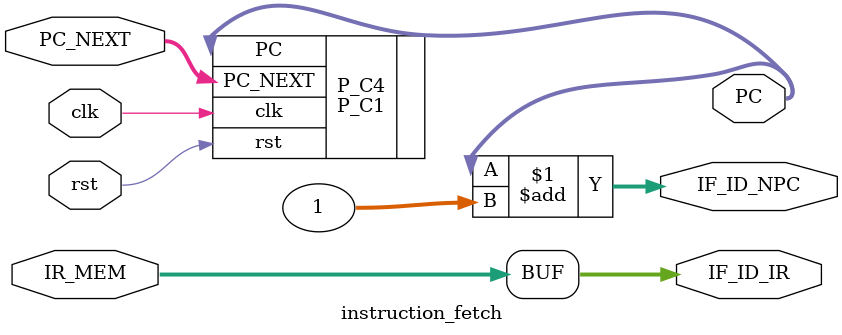
<source format=v>
`timescale 1ns / 1ps
module instruction_fetch (
PC_NEXT,clk,rst,IF_ID_IR,IF_ID_NPC,IR_MEM,PC
);
input clk,rst;
output [31:0] IF_ID_IR,IF_ID_NPC;
input [31:0] PC_NEXT,IR_MEM;
output [31:0] PC;

P_C1 P_C4(
    .clk(clk),
    .rst(rst),
    .PC_NEXT(PC_NEXT),
    .PC(PC)
);
//instruction_mem1 instruction_memory6(
//    .A(PC),
//    .RD(IF_ID_IR)
//);
assign IF_ID_IR = IR_MEM;
assign IF_ID_NPC=PC+1;
endmodule
</source>
